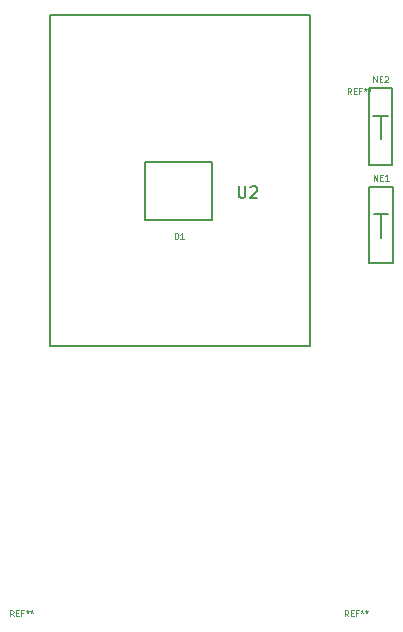
<source format=gto>
%TF.GenerationSoftware,KiCad,Pcbnew,4.0.7*%
%TF.CreationDate,2017-11-15T23:48:28+08:00*%
%TF.ProjectId,Nixie-Tube-with-shiftR,4E697869652D547562652D776974682D,rev?*%
%TF.FileFunction,Legend,Top*%
%FSLAX46Y46*%
G04 Gerber Fmt 4.6, Leading zero omitted, Abs format (unit mm)*
G04 Created by KiCad (PCBNEW 4.0.7) date 11/15/17 23:48:28*
%MOMM*%
%LPD*%
G01*
G04 APERTURE LIST*
%ADD10C,0.100000*%
%ADD11C,0.150000*%
G04 APERTURE END LIST*
D10*
D11*
X29143155Y-6035798D02*
X7143155Y-6035798D01*
X29143155Y-34035798D02*
X29143155Y-6035798D01*
X7143155Y-34035798D02*
X29143155Y-34035798D01*
X7143155Y-6035798D02*
X7143155Y-8227142D01*
X7143155Y-8227142D02*
X7143155Y-34035798D01*
X35150000Y-14550000D02*
X35150000Y-16550000D01*
X35750000Y-14550000D02*
X34550000Y-14550000D01*
X36150000Y-18700000D02*
X36150000Y-12200000D01*
X34150000Y-18700000D02*
X36150000Y-18700000D01*
X34150000Y-12200000D02*
X34150000Y-18700000D01*
X36150000Y-12200000D02*
X34150000Y-12200000D01*
X35200000Y-22900000D02*
X35200000Y-24900000D01*
X35800000Y-22900000D02*
X34600000Y-22900000D01*
X36200000Y-27050000D02*
X36200000Y-20550000D01*
X34200000Y-27050000D02*
X36200000Y-27050000D01*
X34200000Y-20550000D02*
X34200000Y-27050000D01*
X36200000Y-20550000D02*
X34200000Y-20550000D01*
X20900000Y-23350000D02*
X20800000Y-23350000D01*
X15250000Y-18500000D02*
X15250000Y-18600000D01*
X20900000Y-18500000D02*
X15250000Y-18500000D01*
X20900000Y-23350000D02*
X20900000Y-23350000D01*
X15250000Y-23350000D02*
X20806510Y-23350000D01*
X15250000Y-18600000D02*
X15250000Y-23350000D01*
X20900000Y-23350000D02*
X20900000Y-18500000D01*
X23131250Y-20488179D02*
X23131250Y-21297703D01*
X23178869Y-21392941D01*
X23226488Y-21440560D01*
X23321726Y-21488179D01*
X23512203Y-21488179D01*
X23607441Y-21440560D01*
X23655060Y-21392941D01*
X23702679Y-21297703D01*
X23702679Y-20488179D01*
X24131250Y-20583417D02*
X24178869Y-20535798D01*
X24274107Y-20488179D01*
X24512203Y-20488179D01*
X24607441Y-20535798D01*
X24655060Y-20583417D01*
X24702679Y-20678655D01*
X24702679Y-20773893D01*
X24655060Y-20916750D01*
X24083631Y-21488179D01*
X24702679Y-21488179D01*
D10*
X34542858Y-11676190D02*
X34542858Y-11176190D01*
X34828572Y-11676190D01*
X34828572Y-11176190D01*
X35066668Y-11414286D02*
X35233334Y-11414286D01*
X35304763Y-11676190D02*
X35066668Y-11676190D01*
X35066668Y-11176190D01*
X35304763Y-11176190D01*
X35495239Y-11223810D02*
X35519049Y-11200000D01*
X35566668Y-11176190D01*
X35685715Y-11176190D01*
X35733334Y-11200000D01*
X35757144Y-11223810D01*
X35780953Y-11271429D01*
X35780953Y-11319048D01*
X35757144Y-11390476D01*
X35471430Y-11676190D01*
X35780953Y-11676190D01*
X34592858Y-20026190D02*
X34592858Y-19526190D01*
X34878572Y-20026190D01*
X34878572Y-19526190D01*
X35116668Y-19764286D02*
X35283334Y-19764286D01*
X35354763Y-20026190D02*
X35116668Y-20026190D01*
X35116668Y-19526190D01*
X35354763Y-19526190D01*
X35830953Y-20026190D02*
X35545239Y-20026190D01*
X35688096Y-20026190D02*
X35688096Y-19526190D01*
X35640477Y-19597619D01*
X35592858Y-19645238D01*
X35545239Y-19669048D01*
X17730953Y-24976190D02*
X17730953Y-24476190D01*
X17850000Y-24476190D01*
X17921429Y-24500000D01*
X17969048Y-24547619D01*
X17992857Y-24595238D01*
X18016667Y-24690476D01*
X18016667Y-24761905D01*
X17992857Y-24857143D01*
X17969048Y-24904762D01*
X17921429Y-24952381D01*
X17850000Y-24976190D01*
X17730953Y-24976190D01*
X18492857Y-24976190D02*
X18207143Y-24976190D01*
X18350000Y-24976190D02*
X18350000Y-24476190D01*
X18302381Y-24547619D01*
X18254762Y-24595238D01*
X18207143Y-24619048D01*
X32413334Y-56926190D02*
X32246667Y-56688095D01*
X32127620Y-56926190D02*
X32127620Y-56426190D01*
X32318096Y-56426190D01*
X32365715Y-56450000D01*
X32389524Y-56473810D01*
X32413334Y-56521429D01*
X32413334Y-56592857D01*
X32389524Y-56640476D01*
X32365715Y-56664286D01*
X32318096Y-56688095D01*
X32127620Y-56688095D01*
X32627620Y-56664286D02*
X32794286Y-56664286D01*
X32865715Y-56926190D02*
X32627620Y-56926190D01*
X32627620Y-56426190D01*
X32865715Y-56426190D01*
X33246667Y-56664286D02*
X33080001Y-56664286D01*
X33080001Y-56926190D02*
X33080001Y-56426190D01*
X33318096Y-56426190D01*
X33580000Y-56426190D02*
X33580000Y-56545238D01*
X33460953Y-56497619D02*
X33580000Y-56545238D01*
X33699048Y-56497619D01*
X33508572Y-56640476D02*
X33580000Y-56545238D01*
X33651429Y-56640476D01*
X33960952Y-56426190D02*
X33960952Y-56545238D01*
X33841905Y-56497619D02*
X33960952Y-56545238D01*
X34080000Y-56497619D01*
X33889524Y-56640476D02*
X33960952Y-56545238D01*
X34032381Y-56640476D01*
X4083334Y-56926190D02*
X3916667Y-56688095D01*
X3797620Y-56926190D02*
X3797620Y-56426190D01*
X3988096Y-56426190D01*
X4035715Y-56450000D01*
X4059524Y-56473810D01*
X4083334Y-56521429D01*
X4083334Y-56592857D01*
X4059524Y-56640476D01*
X4035715Y-56664286D01*
X3988096Y-56688095D01*
X3797620Y-56688095D01*
X4297620Y-56664286D02*
X4464286Y-56664286D01*
X4535715Y-56926190D02*
X4297620Y-56926190D01*
X4297620Y-56426190D01*
X4535715Y-56426190D01*
X4916667Y-56664286D02*
X4750001Y-56664286D01*
X4750001Y-56926190D02*
X4750001Y-56426190D01*
X4988096Y-56426190D01*
X5250000Y-56426190D02*
X5250000Y-56545238D01*
X5130953Y-56497619D02*
X5250000Y-56545238D01*
X5369048Y-56497619D01*
X5178572Y-56640476D02*
X5250000Y-56545238D01*
X5321429Y-56640476D01*
X5630952Y-56426190D02*
X5630952Y-56545238D01*
X5511905Y-56497619D02*
X5630952Y-56545238D01*
X5750000Y-56497619D01*
X5559524Y-56640476D02*
X5630952Y-56545238D01*
X5702381Y-56640476D01*
X32683334Y-12726190D02*
X32516667Y-12488095D01*
X32397620Y-12726190D02*
X32397620Y-12226190D01*
X32588096Y-12226190D01*
X32635715Y-12250000D01*
X32659524Y-12273810D01*
X32683334Y-12321429D01*
X32683334Y-12392857D01*
X32659524Y-12440476D01*
X32635715Y-12464286D01*
X32588096Y-12488095D01*
X32397620Y-12488095D01*
X32897620Y-12464286D02*
X33064286Y-12464286D01*
X33135715Y-12726190D02*
X32897620Y-12726190D01*
X32897620Y-12226190D01*
X33135715Y-12226190D01*
X33516667Y-12464286D02*
X33350001Y-12464286D01*
X33350001Y-12726190D02*
X33350001Y-12226190D01*
X33588096Y-12226190D01*
X33850000Y-12226190D02*
X33850000Y-12345238D01*
X33730953Y-12297619D02*
X33850000Y-12345238D01*
X33969048Y-12297619D01*
X33778572Y-12440476D02*
X33850000Y-12345238D01*
X33921429Y-12440476D01*
X34230952Y-12226190D02*
X34230952Y-12345238D01*
X34111905Y-12297619D02*
X34230952Y-12345238D01*
X34350000Y-12297619D01*
X34159524Y-12440476D02*
X34230952Y-12345238D01*
X34302381Y-12440476D01*
M02*

</source>
